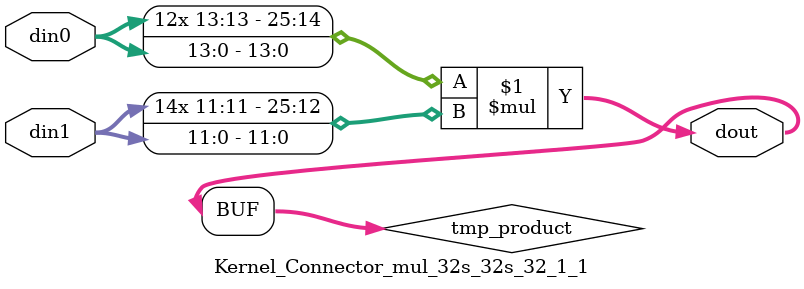
<source format=v>

`timescale 1 ns / 1 ps

 module Kernel_Connector_mul_32s_32s_32_1_1(din0, din1, dout);
parameter ID = 1;
parameter NUM_STAGE = 0;
parameter din0_WIDTH = 14;
parameter din1_WIDTH = 12;
parameter dout_WIDTH = 26;

input [din0_WIDTH - 1 : 0] din0; 
input [din1_WIDTH - 1 : 0] din1; 
output [dout_WIDTH - 1 : 0] dout;

wire signed [dout_WIDTH - 1 : 0] tmp_product;



























assign tmp_product = $signed(din0) * $signed(din1);








assign dout = tmp_product;





















endmodule

</source>
